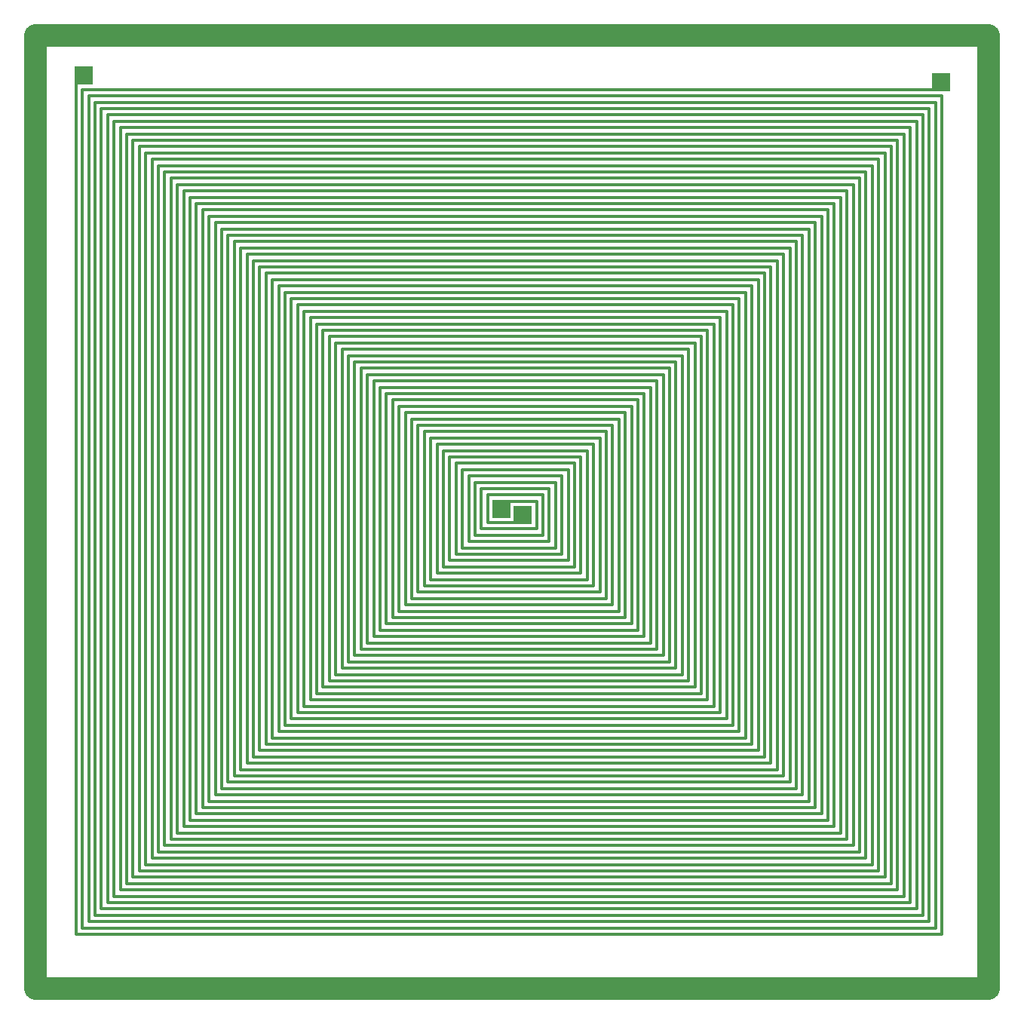
<source format=gbr>
G04 start of page 2 for group 0 idx 0 *
G04 Title: (unknown), component *
G04 Creator: pcb 1.99y *
G04 CreationDate: Mon Mar  9 18:38:30 2009 UTC *
G04 For: dj *
G04 Format: Gerber/RS-274X *
G04 PCB-Dimensions: 431200 431200 *
G04 PCB-Coordinate-Origin: lower left *
%MOIN*%
%FSLAX25Y25*%
%LNFRONT*%
%ADD11C,0.0140*%
%ADD12C,0.1000*%
%ADD13C,0.0200*%
%ADD14C,0.0300*%
G54D11*X179600Y185700D02*Y248300D01*
X176800Y182900D02*Y251100D01*
X174000Y180100D02*Y253900D01*
X31200Y396700D02*X402800D01*
X28400Y399500D02*X405600D01*
X25600Y402300D02*X408400D01*
G54D12*X5000Y426200D02*X426200D01*
G54D11*X171200Y177300D02*Y256700D01*
X168400Y174500D02*Y259500D01*
X165600Y171700D02*Y262300D01*
X162800Y168900D02*Y265100D01*
X160000Y166100D02*Y267900D01*
X157200Y163300D02*Y270700D01*
X154400Y160500D02*Y273500D01*
X151600Y157700D02*Y276300D01*
X148800Y154900D02*Y279100D01*
X146000Y152100D02*Y281900D01*
X143200Y149300D02*Y284700D01*
X140400Y146500D02*Y287500D01*
X137600Y143700D02*Y290300D01*
X134800Y140900D02*Y293100D01*
X132000Y138100D02*Y295900D01*
X129200Y135300D02*Y298700D01*
X199200Y205300D02*Y228700D01*
X196400Y202500D02*Y231500D01*
X193600Y199700D02*Y234300D01*
X190800Y196900D02*Y237100D01*
X188000Y194100D02*Y239900D01*
X185200Y191300D02*Y242700D01*
X182400Y188500D02*Y245500D01*
X400000Y34500D02*Y393900D01*
X402800Y31700D02*Y396700D01*
X405600Y28900D02*Y399500D01*
G54D12*X426200Y5000D02*Y426200D01*
X5000Y5000D02*X426200D01*
G54D11*X143200Y149300D02*X285200D01*
X140400Y146500D02*X288000D01*
X137600Y143700D02*X290800D01*
X134800Y140900D02*X293600D01*
X132000Y138100D02*X296400D01*
X129200Y135300D02*X299200D01*
X126400Y132500D02*X302000D01*
X123600Y129700D02*X304800D01*
X120800Y126900D02*X307600D01*
X118000Y124100D02*X310400D01*
X115200Y121300D02*X313200D01*
X112400Y118500D02*X316000D01*
X109600Y115700D02*X318800D01*
X106800Y112900D02*X321600D01*
X104000Y110100D02*X324400D01*
X101200Y107300D02*X327200D01*
X98400Y104500D02*X330000D01*
X95600Y101700D02*X332800D01*
X92800Y98900D02*X335600D01*
X90000Y96100D02*X338400D01*
X87200Y93300D02*X341200D01*
X84400Y90500D02*X344000D01*
X81600Y87700D02*X346800D01*
X78800Y84900D02*X349600D01*
X76000Y82100D02*X352400D01*
X73200Y79300D02*X355200D01*
X70400Y76500D02*X358000D01*
X67600Y73700D02*X360800D01*
X64800Y70900D02*X363600D01*
X62000Y68100D02*X366400D01*
X59200Y65300D02*X369200D01*
X56400Y62500D02*X372000D01*
X53600Y59700D02*X374800D01*
X50800Y56900D02*X377600D01*
X48000Y54100D02*X380400D01*
X45200Y51300D02*X383200D01*
X42400Y48500D02*X386000D01*
X39600Y45700D02*X388800D01*
X36800Y42900D02*X391600D01*
X34000Y40100D02*X394400D01*
X31200Y37300D02*X397200D01*
X28400Y34500D02*X400000D01*
X25600Y31700D02*X402800D01*
X22800Y28900D02*X405600D01*
X126400Y132500D02*Y301500D01*
X123600Y129700D02*Y304300D01*
X120800Y126900D02*Y307100D01*
X118000Y124100D02*Y309900D01*
X115200Y121300D02*Y312700D01*
X112400Y118500D02*Y315500D01*
X109600Y115700D02*Y318300D01*
X106800Y112900D02*Y321100D01*
X104000Y110100D02*Y323900D01*
X101200Y107300D02*Y326700D01*
X98400Y104500D02*Y329500D01*
X95600Y101700D02*Y332300D01*
X92800Y98900D02*Y335100D01*
X90000Y96100D02*Y337900D01*
X87200Y93300D02*Y340700D01*
X84400Y90500D02*Y343500D01*
X81600Y87700D02*Y346300D01*
X78800Y84900D02*Y349100D01*
X76000Y82100D02*Y351900D01*
X73200Y79300D02*Y354700D01*
X70400Y76500D02*Y357500D01*
X67600Y73700D02*Y360300D01*
X64800Y70900D02*Y363100D01*
X62000Y68100D02*Y365900D01*
X59200Y65300D02*Y368700D01*
X56400Y62500D02*Y371500D01*
X53600Y59700D02*Y374300D01*
X50800Y56900D02*Y377100D01*
X48000Y54100D02*Y379900D01*
X45200Y51300D02*Y382700D01*
X42400Y48500D02*Y385500D01*
X39600Y45700D02*Y388300D01*
X36800Y42900D02*Y391100D01*
X34000Y40100D02*Y393900D01*
X31200Y37300D02*Y396700D01*
X28400Y34500D02*Y399500D01*
X25600Y31700D02*Y402300D01*
X22800Y28900D02*Y405100D01*
G54D12*X5000Y5000D02*Y426200D01*
G54D11*X199200Y205300D02*X229200D01*
X196400Y202500D02*X232000D01*
X193600Y199700D02*X234800D01*
X229200Y205300D02*Y223100D01*
X232000Y202500D02*Y225900D01*
X234800Y199700D02*Y228700D01*
X237600Y196900D02*Y231500D01*
X240400Y194100D02*Y234300D01*
X243200Y191300D02*Y237100D01*
X190800Y196900D02*X237600D01*
X188000Y194100D02*X240400D01*
X185200Y191300D02*X243200D01*
X182400Y188500D02*X246000D01*
X207600Y220300D02*X226400D01*
X223600Y210900D02*Y217500D01*
X204800Y223100D02*X229200D01*
X204800Y210900D02*X223600D01*
X204800D02*Y223100D01*
X202000Y208100D02*X226400D01*
X202000D02*Y225900D01*
X226400Y208100D02*Y220300D01*
X246000Y188500D02*Y239900D01*
X179600Y185700D02*X248800D01*
Y242700D01*
X176800Y182900D02*X251600D01*
X174000Y180100D02*X254400D01*
X171200Y177300D02*X257200D01*
X168400Y174500D02*X260000D01*
X165600Y171700D02*X262800D01*
X162800Y168900D02*X265600D01*
X160000Y166100D02*X268400D01*
X157200Y163300D02*X271200D01*
X154400Y160500D02*X274000D01*
X151600Y157700D02*X276800D01*
X148800Y154900D02*X279600D01*
X146000Y152100D02*X282400D01*
X202000Y225900D02*X232000D01*
X199200Y228700D02*X234800D01*
X196400Y231500D02*X237600D01*
X193600Y234300D02*X240400D01*
X190800Y237100D02*X243200D01*
X188000Y239900D02*X246000D01*
X185200Y242700D02*X248800D01*
X182400Y245500D02*X251600D01*
X179600Y248300D02*X254400D01*
X176800Y251100D02*X257200D01*
X174000Y253900D02*X260000D01*
X171200Y256700D02*X262800D01*
X168400Y259500D02*X265600D01*
X165600Y262300D02*X268400D01*
X162800Y265100D02*X271200D01*
X160000Y267900D02*X274000D01*
X157200Y270700D02*X276800D01*
X154400Y273500D02*X279600D01*
X151600Y276300D02*X282400D01*
X148800Y279100D02*X285200D01*
X146000Y281900D02*X288000D01*
X143200Y284700D02*X290800D01*
X140400Y287500D02*X293600D01*
X137600Y290300D02*X296400D01*
X134800Y293100D02*X299200D01*
X251600Y182900D02*Y245500D01*
X254400Y180100D02*Y248300D01*
X257200Y177300D02*Y251100D01*
X260000Y174500D02*Y253900D01*
X262800Y171700D02*Y256700D01*
X265600Y168900D02*Y259500D01*
X268400Y166100D02*Y262300D01*
X271200Y163300D02*Y265100D01*
X274000Y160500D02*Y267900D01*
X276800Y157700D02*Y270700D01*
X279600Y154900D02*Y273500D01*
X282400Y152100D02*Y276300D01*
X285200Y149300D02*Y279100D01*
X288000Y146500D02*Y281900D01*
X290800Y143700D02*Y284700D01*
X293600Y140900D02*Y287500D01*
X296400Y138100D02*Y290300D01*
X299200Y135300D02*Y293100D01*
X302000Y132500D02*Y295900D01*
X304800Y129700D02*Y298700D01*
X307600Y126900D02*Y301500D01*
X310400Y124100D02*Y304300D01*
X313200Y121300D02*Y307100D01*
X316000Y118500D02*Y309900D01*
X318800Y115700D02*Y312700D01*
X321600Y112900D02*Y315500D01*
X324400Y110100D02*Y318300D01*
X327200Y107300D02*Y321100D01*
X330000Y104500D02*Y323900D01*
X332800Y101700D02*Y326700D01*
X335600Y98900D02*Y329500D01*
X338400Y96100D02*Y332300D01*
X341200Y93300D02*Y335100D01*
X344000Y90500D02*Y337900D01*
X346800Y87700D02*Y340700D01*
X349600Y84900D02*Y343500D01*
X352400Y82100D02*Y346300D01*
X355200Y79300D02*Y349100D01*
X358000Y76500D02*Y351900D01*
X360800Y73700D02*Y354700D01*
X363600Y70900D02*Y357500D01*
X366400Y68100D02*Y360300D01*
X369200Y65300D02*Y363100D01*
X372000Y62500D02*Y365900D01*
X374800Y59700D02*Y368700D01*
X377600Y56900D02*Y371500D01*
X380400Y54100D02*Y374300D01*
X383200Y51300D02*Y377100D01*
X386000Y48500D02*Y379900D01*
X388800Y45700D02*Y382700D01*
X391600Y42900D02*Y385500D01*
X394400Y40100D02*Y388300D01*
X397200Y37300D02*Y391100D01*
X132000Y295900D02*X302000D01*
X129200Y298700D02*X304800D01*
X126400Y301500D02*X307600D01*
X123600Y304300D02*X310400D01*
X120800Y307100D02*X313200D01*
X118000Y309900D02*X316000D01*
X115200Y312700D02*X318800D01*
X112400Y315500D02*X321600D01*
X109600Y318300D02*X324400D01*
X106800Y321100D02*X327200D01*
X104000Y323900D02*X330000D01*
X101200Y326700D02*X332800D01*
X98400Y329500D02*X335600D01*
X95600Y332300D02*X338400D01*
X92800Y335100D02*X341200D01*
X90000Y337900D02*X344000D01*
X87200Y340700D02*X346800D01*
X84400Y343500D02*X349600D01*
X81600Y346300D02*X352400D01*
X78800Y349100D02*X355200D01*
X76000Y351900D02*X358000D01*
X73200Y354700D02*X360800D01*
X70400Y357500D02*X363600D01*
X67600Y360300D02*X366400D01*
X64800Y363100D02*X369200D01*
X62000Y365900D02*X372000D01*
X59200Y368700D02*X374800D01*
X56400Y371500D02*X377600D01*
X53600Y374300D02*X380400D01*
X50800Y377100D02*X383200D01*
X48000Y379900D02*X386000D01*
X45200Y382700D02*X388800D01*
X42400Y385500D02*X391600D01*
X39600Y388300D02*X394400D01*
X36800Y391100D02*X397200D01*
X34000Y393900D02*X400000D01*
G54D13*G36*
X206900Y221000D02*Y213000D01*
X214900D01*
Y221000D01*
X206900D01*
G37*
G36*
X216300Y218200D02*Y210200D01*
X224300D01*
Y218200D01*
X216300D01*
G37*
G36*
X22100Y412400D02*Y404400D01*
X30100D01*
Y412400D01*
X22100D01*
G37*
G36*
X401100Y409600D02*Y401600D01*
X409100D01*
Y409600D01*
X401100D01*
G37*
G54D14*M02*

</source>
